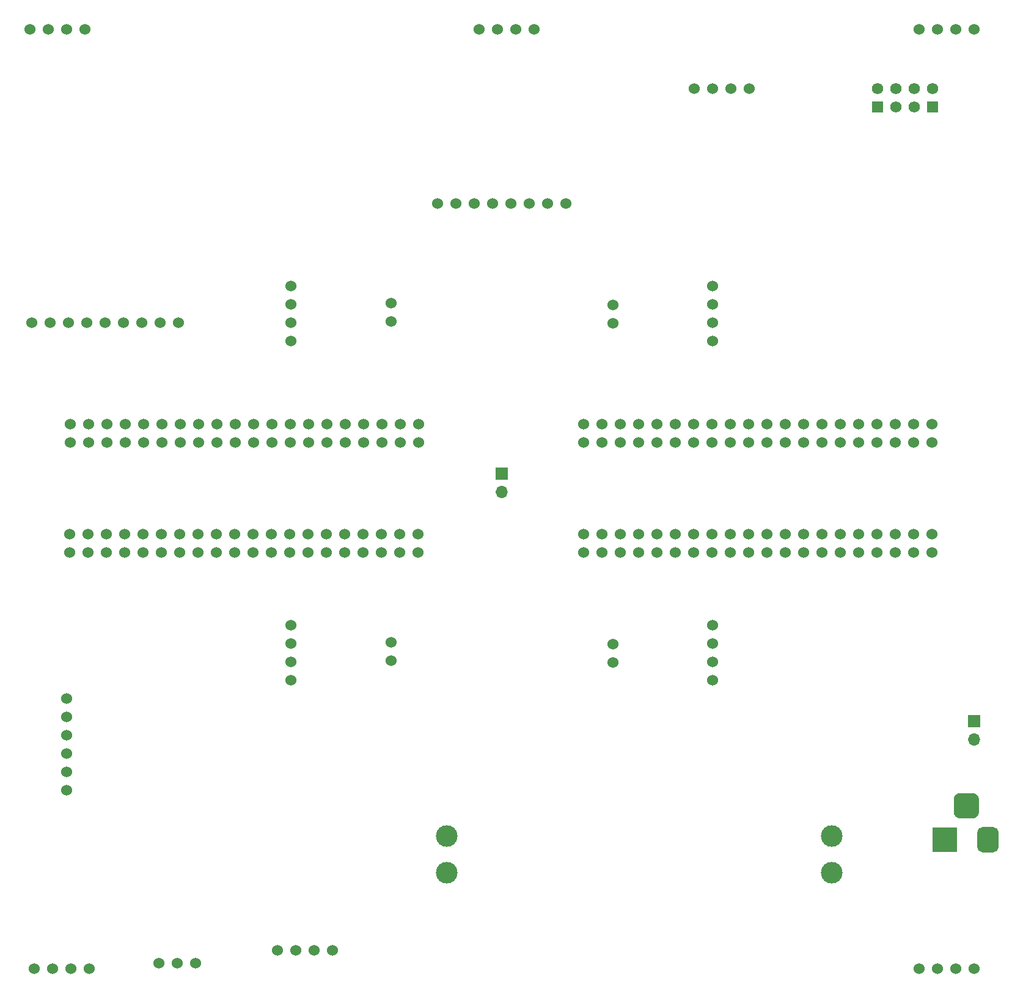
<source format=gbr>
%TF.GenerationSoftware,KiCad,Pcbnew,(5.1.9)-1*%
%TF.CreationDate,2021-04-29T12:58:22-07:00*%
%TF.ProjectId,pcbDesignForAutonomousDrivingProject,70636244-6573-4696-976e-466f72417574,rev?*%
%TF.SameCoordinates,Original*%
%TF.FileFunction,Soldermask,Bot*%
%TF.FilePolarity,Negative*%
%FSLAX46Y46*%
G04 Gerber Fmt 4.6, Leading zero omitted, Abs format (unit mm)*
G04 Created by KiCad (PCBNEW (5.1.9)-1) date 2021-04-29 12:58:22*
%MOMM*%
%LPD*%
G01*
G04 APERTURE LIST*
%ADD10R,3.500000X3.500000*%
%ADD11C,1.524000*%
%ADD12C,3.000000*%
%ADD13C,1.575000*%
%ADD14R,1.575000X1.575000*%
%ADD15O,1.700000X1.700000*%
%ADD16R,1.700000X1.700000*%
G04 APERTURE END LIST*
%TO.C,J2*%
G36*
G01*
X187878000Y69171000D02*
X187878000Y67421000D01*
G75*
G02*
X187003000Y66546000I-875000J0D01*
G01*
X185253000Y66546000D01*
G75*
G02*
X184378000Y67421000I0J875000D01*
G01*
X184378000Y69171000D01*
G75*
G02*
X185253000Y70046000I875000J0D01*
G01*
X187003000Y70046000D01*
G75*
G02*
X187878000Y69171000I0J-875000D01*
G01*
G37*
G36*
G01*
X190628000Y64596000D02*
X190628000Y62596000D01*
G75*
G02*
X189878000Y61846000I-750000J0D01*
G01*
X188378000Y61846000D01*
G75*
G02*
X187628000Y62596000I0J750000D01*
G01*
X187628000Y64596000D01*
G75*
G02*
X188378000Y65346000I750000J0D01*
G01*
X189878000Y65346000D01*
G75*
G02*
X190628000Y64596000I0J-750000D01*
G01*
G37*
D10*
X183128000Y63596000D03*
%TD*%
D11*
%TO.C,J1*%
X79375000Y46482000D03*
X76835000Y46482000D03*
X74295000Y46482000D03*
%TD*%
%TO.C,U16*%
X61468000Y70485000D03*
X61468000Y73025000D03*
X61468000Y75565000D03*
X61468000Y78105000D03*
X61468000Y80645000D03*
X61468000Y83185000D03*
%TD*%
D12*
%TO.C,U22*%
X114173000Y64135000D03*
X114173000Y59055000D03*
X167513000Y59055000D03*
X167513000Y64135000D03*
%TD*%
D11*
%TO.C,U17*%
X98298000Y48260000D03*
X95758000Y48260000D03*
X93218000Y48260000D03*
X90678000Y48260000D03*
%TD*%
D13*
%TO.C,U20*%
X173863000Y167640000D03*
X176403000Y167640000D03*
X178943000Y167640000D03*
X181483000Y167640000D03*
D14*
X181483000Y165100000D03*
D13*
X178943000Y165100000D03*
X176403000Y165100000D03*
D14*
X173863000Y165100000D03*
%TD*%
D11*
%TO.C,U19*%
X148463000Y167640000D03*
X156083000Y167640000D03*
X153543000Y167640000D03*
X151003000Y167640000D03*
%TD*%
D15*
%TO.C,J4*%
X187198000Y77470000D03*
D16*
X187198000Y80010000D03*
%TD*%
D11*
%TO.C,U15*%
X92583000Y88265000D03*
X92583000Y90805000D03*
X92583000Y93345000D03*
X92583000Y85725000D03*
X106413000Y90955000D03*
X106413000Y88415000D03*
%TD*%
%TO.C,U13*%
X137173000Y90655000D03*
X137173000Y88115000D03*
X151003000Y93345000D03*
X151003000Y85725000D03*
X151003000Y88265000D03*
X151003000Y90805000D03*
%TD*%
%TO.C,U11*%
X76962000Y135255000D03*
X56642000Y135255000D03*
X59182000Y135255000D03*
X61722000Y135255000D03*
X64262000Y135255000D03*
X66802000Y135255000D03*
X69342000Y135255000D03*
X71882000Y135255000D03*
X74422000Y135255000D03*
%TD*%
%TO.C,U5*%
X118618000Y175895000D03*
X126238000Y175895000D03*
X123698000Y175895000D03*
X121158000Y175895000D03*
%TD*%
%TO.C,U10*%
X106413000Y135405000D03*
X106413000Y137945000D03*
X92583000Y132715000D03*
X92583000Y140335000D03*
X92583000Y137795000D03*
X92583000Y135255000D03*
%TD*%
%TO.C,U9*%
X58928000Y175895000D03*
X61468000Y175895000D03*
X64008000Y175895000D03*
X56388000Y175895000D03*
%TD*%
%TO.C,U7*%
X179578000Y45720000D03*
X187198000Y45720000D03*
X184658000Y45720000D03*
X182118000Y45720000D03*
%TD*%
%TO.C,U6*%
X59563000Y45720000D03*
X62103000Y45720000D03*
X64643000Y45720000D03*
X57023000Y45720000D03*
%TD*%
%TO.C,U4*%
X130683000Y151765000D03*
X112903000Y151765000D03*
X115443000Y151765000D03*
X117983000Y151765000D03*
X120523000Y151765000D03*
X123063000Y151765000D03*
X125603000Y151765000D03*
X128143000Y151765000D03*
%TD*%
%TO.C,U1*%
X151003000Y137795000D03*
X151003000Y135255000D03*
X151003000Y132715000D03*
X151003000Y140335000D03*
X137173000Y135105000D03*
X137173000Y137645000D03*
%TD*%
D15*
%TO.C,J3*%
X121793000Y111760000D03*
D16*
X121793000Y114300000D03*
%TD*%
D11*
%TO.C,U8*%
X179578000Y175895000D03*
X187198000Y175895000D03*
X184658000Y175895000D03*
X182118000Y175895000D03*
%TD*%
%TO.C,U2*%
X133096000Y121158000D03*
X133096000Y118618000D03*
X135636000Y121158000D03*
X135636000Y118618000D03*
X138176000Y121158000D03*
X138176000Y118618000D03*
X140716000Y121158000D03*
X140716000Y118618000D03*
X143256000Y121158000D03*
X143256000Y118618000D03*
X145796000Y121158000D03*
X145796000Y118618000D03*
X148336000Y121158000D03*
X148336000Y118618000D03*
X150876000Y121158000D03*
X150876000Y118618000D03*
X153416000Y121158000D03*
X153416000Y118618000D03*
X155956000Y121158000D03*
X155956000Y118618000D03*
X158496000Y121158000D03*
X158496000Y118618000D03*
X161036000Y121158000D03*
X161036000Y118618000D03*
X163576000Y121158000D03*
X163576000Y118618000D03*
X166116000Y121158000D03*
X166116000Y118618000D03*
X168656000Y121158000D03*
X168656000Y118618000D03*
X171196000Y121158000D03*
X171196000Y118618000D03*
X173736000Y121158000D03*
X173736000Y118618000D03*
X176276000Y121158000D03*
X176276000Y118618000D03*
X178816000Y121158000D03*
X178816000Y118618000D03*
X181356000Y121158000D03*
X181356000Y118618000D03*
%TD*%
%TO.C,U3*%
X61976000Y121158000D03*
X61976000Y118618000D03*
X64516000Y121158000D03*
X64516000Y118618000D03*
X67056000Y121158000D03*
X67056000Y118618000D03*
X69596000Y121158000D03*
X69596000Y118618000D03*
X72136000Y121158000D03*
X72136000Y118618000D03*
X74676000Y121158000D03*
X74676000Y118618000D03*
X77216000Y121158000D03*
X77216000Y118618000D03*
X79756000Y121158000D03*
X79756000Y118618000D03*
X82296000Y121158000D03*
X82296000Y118618000D03*
X84836000Y121158000D03*
X84836000Y118618000D03*
X87376000Y121158000D03*
X87376000Y118618000D03*
X89916000Y121158000D03*
X89916000Y118618000D03*
X92456000Y121158000D03*
X92456000Y118618000D03*
X94996000Y121158000D03*
X94996000Y118618000D03*
X97536000Y121158000D03*
X97536000Y118618000D03*
X100076000Y121158000D03*
X100076000Y118618000D03*
X102616000Y121158000D03*
X102616000Y118618000D03*
X105156000Y121158000D03*
X105156000Y118618000D03*
X107696000Y121158000D03*
X107696000Y118618000D03*
X110236000Y121158000D03*
X110236000Y118618000D03*
%TD*%
%TO.C,U12*%
X61925200Y105918000D03*
X61925200Y103378000D03*
X64465200Y105918000D03*
X64465200Y103378000D03*
X67005200Y105918000D03*
X67005200Y103378000D03*
X69545200Y105918000D03*
X69545200Y103378000D03*
X72085200Y105918000D03*
X72085200Y103378000D03*
X74625200Y105918000D03*
X74625200Y103378000D03*
X77165200Y105918000D03*
X77165200Y103378000D03*
X79705200Y105918000D03*
X79705200Y103378000D03*
X82245200Y105918000D03*
X82245200Y103378000D03*
X84785200Y105918000D03*
X84785200Y103378000D03*
X87325200Y105918000D03*
X87325200Y103378000D03*
X89865200Y105918000D03*
X89865200Y103378000D03*
X92405200Y105918000D03*
X92405200Y103378000D03*
X94945200Y105918000D03*
X94945200Y103378000D03*
X97485200Y105918000D03*
X97485200Y103378000D03*
X100025200Y105918000D03*
X100025200Y103378000D03*
X102565200Y105918000D03*
X102565200Y103378000D03*
X105105200Y105918000D03*
X105105200Y103378000D03*
X107645200Y105918000D03*
X107645200Y103378000D03*
X110185200Y105918000D03*
X110185200Y103378000D03*
%TD*%
%TO.C,U14*%
X133096000Y105918000D03*
X133096000Y103378000D03*
X135636000Y105918000D03*
X135636000Y103378000D03*
X138176000Y105918000D03*
X138176000Y103378000D03*
X140716000Y105918000D03*
X140716000Y103378000D03*
X143256000Y105918000D03*
X143256000Y103378000D03*
X145796000Y105918000D03*
X145796000Y103378000D03*
X148336000Y105918000D03*
X148336000Y103378000D03*
X150876000Y105918000D03*
X150876000Y103378000D03*
X153416000Y105918000D03*
X153416000Y103378000D03*
X155956000Y105918000D03*
X155956000Y103378000D03*
X158496000Y105918000D03*
X158496000Y103378000D03*
X161036000Y105918000D03*
X161036000Y103378000D03*
X163576000Y105918000D03*
X163576000Y103378000D03*
X166116000Y105918000D03*
X166116000Y103378000D03*
X168656000Y105918000D03*
X168656000Y103378000D03*
X171196000Y105918000D03*
X171196000Y103378000D03*
X173736000Y105918000D03*
X173736000Y103378000D03*
X176276000Y105918000D03*
X176276000Y103378000D03*
X178816000Y105918000D03*
X178816000Y103378000D03*
X181356000Y105918000D03*
X181356000Y103378000D03*
%TD*%
M02*

</source>
